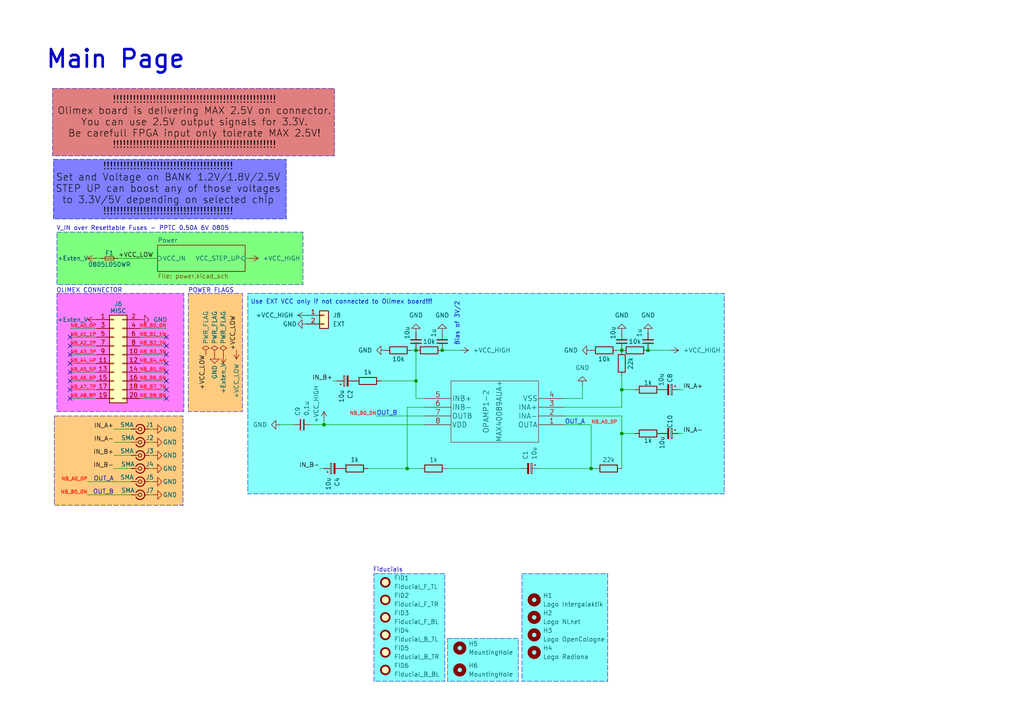
<source format=kicad_sch>
(kicad_sch (version 20250114) (generator "eeschema") (generator_version "9.0")
  (paper "A4")
  (title_block (title "${project_name} ${project_version}") (date "2024-12-02") (rev "${project_version}") (company "${project_creator}") (comment 1 "${project_license}"))
  (lib_symbols
    (symbol "Connector:Conn_Coaxial_Small" (pin_numbers (hide yes)) (pin_names (offset 1.016) (hide yes))
      (property "Reference" "J" (at 0.254 3.048 0))
      (property "Value" "Conn_Coaxial_Small" (at 0 -3.81 0))
      (symbol "Conn_Coaxial_Small_0_1"
        (polyline (pts (xy -2.54 0) (xy -0.508 0)))
        (circle (center 0 0) (radius 0.508) (stroke (width 0.2032)))
      )
      (symbol "Conn_Coaxial_Small_1_1"
        (arc (start 1.3484 0.0039) (mid 0.327 -1.308) (end -1.1916 -0.6311) (stroke (width 0.3048)))
        (arc (start -1.1916 0.6311) (mid 0.327 1.3081) (end 1.3484 -0.0039) (stroke (width 0.3048)))
        (pin passive line (at -2.54 0 0) (length 1.27) (name "In") (number "1"))
        (pin passive line (at 2.54 0 180) (length 1.27) (name "Ext") (number "2"))
      )
    )
    (symbol "Connector_Generic:Conn_01x02" (pin_names (offset 1.016) (hide yes))
      (property "Reference" "J" (at 0 2.54 0))
      (property "Value" "Conn_01x02" (at 0 -5.08 0))
      (symbol "Conn_01x02_1_1"
        (rectangle (start -1.27 1.27) (end 1.27 -3.81) (stroke (width 0.254)) (fill (type background)))
        (rectangle (start -1.27 0.127) (end 0 -0.127) (stroke (width 0.1524)))
        (rectangle (start -1.27 -2.413) (end 0 -2.667) (stroke (width 0.1524)))
        (pin passive line (at -5.08 0 0) (length 3.81) (name "Pin_1") (number "1"))
        (pin passive line (at -5.08 -2.54 0) (length 3.81) (name "Pin_2") (number "2"))
      )
    )
    (symbol "Connector_Generic:Conn_02x10_Odd_Even" (pin_names (offset 1.016) (hide yes))
      (property "Reference" "J" (at 1.27 12.7 0))
      (property "Value" "Conn_02x10_Odd_Even" (at 1.27 -15.24 0))
      (symbol "Conn_02x10_Odd_Even_1_1"
        (rectangle (start -1.27 11.43) (end 3.81 -13.97) (stroke (width 0.254)) (fill (type background)))
        (rectangle (start -1.27 10.287) (end 0 10.033) (stroke (width 0.1524)))
        (rectangle (start -1.27 7.747) (end 0 7.493) (stroke (width 0.1524)))
        (rectangle (start -1.27 5.207) (end 0 4.953) (stroke (width 0.1524)))
        (rectangle (start -1.27 2.667) (end 0 2.413) (stroke (width 0.1524)))
        (rectangle (start -1.27 0.127) (end 0 -0.127) (stroke (width 0.1524)))
        (rectangle (start -1.27 -2.413) (end 0 -2.667) (stroke (width 0.1524)))
        (rectangle (start -1.27 -4.953) (end 0 -5.207) (stroke (width 0.1524)))
        (rectangle (start -1.27 -7.493) (end 0 -7.747) (stroke (width 0.1524)))
        (rectangle (start -1.27 -10.033) (end 0 -10.287) (stroke (width 0.1524)))
        (rectangle (start -1.27 -12.573) (end 0 -12.827) (stroke (width 0.1524)))
        (rectangle (start 3.81 10.287) (end 2.54 10.033) (stroke (width 0.1524)))
        (rectangle (start 3.81 7.747) (end 2.54 7.493) (stroke (width 0.1524)))
        (rectangle (start 3.81 5.207) (end 2.54 4.953) (stroke (width 0.1524)))
        (rectangle (start 3.81 2.667) (end 2.54 2.413) (stroke (width 0.1524)))
        (rectangle (start 3.81 0.127) (end 2.54 -0.127) (stroke (width 0.1524)))
        (rectangle (start 3.81 -2.413) (end 2.54 -2.667) (stroke (width 0.1524)))
        (rectangle (start 3.81 -4.953) (end 2.54 -5.207) (stroke (width 0.1524)))
        (rectangle (start 3.81 -7.493) (end 2.54 -7.747) (stroke (width 0.1524)))
        (rectangle (start 3.81 -10.033) (end 2.54 -10.287) (stroke (width 0.1524)))
        (rectangle (start 3.81 -12.573) (end 2.54 -12.827) (stroke (width 0.1524)))
        (pin passive line (at -5.08 10.16 0) (length 3.81) (name "Pin_1") (number "1"))
        (pin passive line (at -5.08 7.62 0) (length 3.81) (name "Pin_3") (number "3"))
        (pin passive line (at -5.08 5.08 0) (length 3.81) (name "Pin_5") (number "5"))
        (pin passive line (at -5.08 2.54 0) (length 3.81) (name "Pin_7") (number "7"))
        (pin passive line (at -5.08 0 0) (length 3.81) (name "Pin_9") (number "9"))
        (pin passive line (at -5.08 -2.54 0) (length 3.81) (name "Pin_11") (number "11"))
        (pin passive line (at -5.08 -5.08 0) (length 3.81) (name "Pin_13") (number "13"))
        (pin passive line (at -5.08 -7.62 0) (length 3.81) (name "Pin_15") (number "15"))
        (pin passive line (at -5.08 -10.16 0) (length 3.81) (name "Pin_17") (number "17"))
        (pin passive line (at -5.08 -12.7 0) (length 3.81) (name "Pin_19") (number "19"))
        (pin passive line (at 7.62 10.16 180) (length 3.81) (name "Pin_2") (number "2"))
        (pin passive line (at 7.62 7.62 180) (length 3.81) (name "Pin_4") (number "4"))
        (pin passive line (at 7.62 5.08 180) (length 3.81) (name "Pin_6") (number "6"))
        (pin passive line (at 7.62 2.54 180) (length 3.81) (name "Pin_8") (number "8"))
        (pin passive line (at 7.62 0 180) (length 3.81) (name "Pin_10") (number "10"))
        (pin passive line (at 7.62 -2.54 180) (length 3.81) (name "Pin_12") (number "12"))
        (pin passive line (at 7.62 -5.08 180) (length 3.81) (name "Pin_14") (number "14"))
        (pin passive line (at 7.62 -7.62 180) (length 3.81) (name "Pin_16") (number "16"))
        (pin passive line (at 7.62 -10.16 180) (length 3.81) (name "Pin_18") (number "18"))
        (pin passive line (at 7.62 -12.7 180) (length 3.81) (name "Pin_20") (number "20"))
      )
    )
    (symbol "Device:C_Polarized_Small" (pin_numbers (hide yes)) (pin_names (offset 0.254) (hide yes))
      (property "Reference" "C" (at 0.254 1.778 0))
      (property "Value" "C_Polarized_Small" (at 0.254 -2.032 0))
      (symbol "C_Polarized_Small_0_1"
        (rectangle (start -1.524 0.6858) (end 1.524 0.3048))
        (rectangle (start -1.524 -0.3048) (end 1.524 -0.6858) (fill (type outline)))
        (polyline (pts (xy -1.27 1.524) (xy -0.762 1.524)))
        (polyline (pts (xy -1.016 1.27) (xy -1.016 1.778)))
      )
      (symbol "C_Polarized_Small_1_1"
        (pin passive line (at 0 2.54 270) (length 1.8542) (name "~") (number "1"))
        (pin passive line (at 0 -2.54 90) (length 1.8542) (name "~") (number "2"))
      )
    )
    (symbol "Device:C_Small" (pin_numbers (hide yes)) (pin_names (offset 0.254) (hide yes))
      (property "Reference" "C" (at 0.254 1.778 0))
      (property "Value" "C_Small" (at 0.254 -2.032 0))
      (symbol "C_Small_0_1"
        (polyline (pts (xy -1.524 0.508) (xy 1.524 0.508)) (stroke (width 0.3048)))
        (polyline (pts (xy -1.524 -0.508) (xy 1.524 -0.508)) (stroke (width 0.3302)))
      )
      (symbol "C_Small_1_1"
        (pin passive line (at 0 2.54 270) (length 2.032) (name "~") (number "1"))
        (pin passive line (at 0 -2.54 90) (length 2.032) (name "~") (number "2"))
      )
    )
    (symbol "Device:Fuse_Small" (pin_numbers (hide yes)) (pin_names (offset 0.254) (hide yes))
      (property "Reference" "F" (at 0 -1.524 0))
      (property "Value" "Fuse_Small" (at 0 1.524 0))
      (symbol "Fuse_Small_0_1"
        (rectangle (start -1.27 0.508) (end 1.27 -0.508))
        (polyline (pts (xy -1.27 0) (xy 1.27 0)))
      )
      (symbol "Fuse_Small_1_1"
        (pin passive line (at -2.54 0 0) (length 1.27) (name "~") (number "1"))
        (pin passive line (at 2.54 0 180) (length 1.27) (name "~") (number "2"))
      )
    )
    (symbol "Device:R" (pin_numbers (hide yes)) (pin_names (offset 0))
      (property "Reference" "R" (at 2.032 0 90))
      (property "Value" "R" (at 0 0 90))
      (symbol "R_0_1"
        (rectangle (start -1.016 -2.54) (end 1.016 2.54) (stroke (width 0.254)))
      )
      (symbol "R_1_1"
        (pin passive line (at 0 3.81 270) (length 1.27) (name "~") (number "1"))
        (pin passive line (at 0 -3.81 90) (length 1.27) (name "~") (number "2"))
      )
    )
    (symbol "Mechanical:Fiducial" (exclude_from_sim yes) (in_bom no)
      (property "Reference" "FID" (at 0 5.08 0))
      (property "Value" "Fiducial" (at 0 3.175 0))
      (symbol "Fiducial_0_1"
        (circle (center 0 0) (radius 1.27) (stroke (width 0.508)) (fill (type background)))
      )
    )
    (symbol "Mechanical:MountingHole" (pin_names (offset 1.016)) (exclude_from_sim yes) (in_bom no)
      (property "Reference" "H" (at 0 5.08 0))
      (property "Value" "MountingHole" (at 0 3.175 0))
      (symbol "MountingHole_0_1"
        (circle (center 0 0) (radius 1.27) (stroke (width 1.27)))
      )
    )
    (symbol "max40089aua:MAX40089AUA+" (pin_names (offset 0.254))
      (property "Reference" "OPAMP1-2" (at 22.86 2.54 90))
      (property "Value" "MAX40089AUA+" (at 19.05 5.08 90))
      (symbol "MAX40089AUA+_1_1"
        (polyline (pts (xy 7.62 5.08) (xy 7.62 -12.7)) (stroke (width 0.127)))
        (polyline (pts (xy 7.62 -12.7) (xy 33.02 -12.7)) (stroke (width 0.127)))
        (polyline (pts (xy 33.02 5.08) (xy 7.62 5.08)) (stroke (width 0.127)))
        (polyline (pts (xy 33.02 -12.7) (xy 33.02 5.08)) (stroke (width 0.127)))
        (pin output line (at 0 0 0) (length 7.62) (name "OUTA") (number "1"))
        (pin input line (at 0 -2.54 0) (length 7.62) (name "INA-") (number "2"))
        (pin input line (at 0 -5.08 0) (length 7.62) (name "INA+") (number "3"))
        (pin power_in line (at 0 -7.62 0) (length 7.62) (name "VSS") (number "4"))
        (pin power_in line (at 40.64 0 180) (length 7.62) (name "VDD") (number "8"))
        (pin output line (at 40.64 -2.54 180) (length 7.62) (name "OUTB") (number "7"))
        (pin input line (at 40.64 -5.08 180) (length 7.62) (name "INB-") (number "6"))
        (pin input line (at 40.64 -7.62 180) (length 7.62) (name "INB+") (number "5"))
      )
    )
    (symbol "power:+2V5" (power) (pin_numbers (hide yes)) (pin_names (offset 0) (hide yes))
      (property "Value" "+2V5" (at 0 3.556 0))
      (symbol "+2V5_0_1"
        (polyline (pts (xy -0.762 1.27) (xy 0 2.54)))
        (polyline (pts (xy 0 2.54) (xy 0.762 1.27)))
        (polyline (pts (xy 0 0) (xy 0 2.54)))
      )
      (symbol "+2V5_1_1"
        (pin power_in line (at 0 0 90) (length 0) (name "~") (number "1"))
      )
    )
    (symbol "power:GND" (power) (pin_numbers (hide yes)) (pin_names (offset 0) (hide yes))
      (property "Value" "GND" (at 0 -3.81 0))
      (symbol "GND_0_1"
        (polyline (pts (xy 0 0) (xy 0 -1.27) (xy 1.27 -1.27) (xy 0 -2.54) (xy -1.27 -1.27) (xy 0 -1.27)))
      )
      (symbol "GND_1_1"
        (pin power_in line (at 0 0 270) (length 0) (name "~") (number "1"))
      )
    )
    (symbol "power:PWR_FLAG" (power) (pin_numbers (hide yes)) (pin_names (offset 0) (hide yes))
      (property "Value" "PWR_FLAG" (at 0 3.81 0))
      (symbol "PWR_FLAG_0_0"
        (pin power_out line (at 0 0 90) (length 0) (name "~") (number "1"))
      )
      (symbol "PWR_FLAG_0_1"
        (polyline (pts (xy 0 0) (xy 0 1.27) (xy -1.016 1.905) (xy 0 2.54) (xy 1.016 1.905) (xy 0 1.27)))
      )
    )
  )
  (rectangle (start 15.748 120.65) (end 53.086 146.558) (stroke (width 0.127) (type dash)) (fill (type color) (color 255 153 0 0.5)))
  (rectangle (start 108.458 166.37) (end 129.032 197.612) (stroke (width 0.127) (type dash)) (fill (type color) (color 0 255 246 0.48)))
  (rectangle (start 151.384 166.37) (end 176.276 197.612) (stroke (width 0.127) (type dash)) (fill (type color) (color 0 255 246 0.48)))
  (rectangle (start 16.51 67.31) (end 87.884 82.55) (stroke (width 0.127) (type dash)) (fill (type color) (color 0 255 0 0.5)))
  (rectangle (start 16.51 85.09) (end 53.34 119.38) (stroke (width 0.127) (type dash)) (fill (type color) (color 255 0 255 0.5)))
  (rectangle (start 129.794 185.166) (end 150.368 197.612) (stroke (width 0.127) (type dash)) (fill (type color) (color 0 255 246 0.48)))
  (rectangle (start 71.882 85.09) (end 210.058 143.256) (stroke (width 0.127) (type dash)) (fill (type color) (color 0 255 246 0.48)))
  (rectangle (start 54.61 85.09) (end 70.358 119.38) (stroke (width 0.127) (type dash)) (fill (type color) (color 255 153 0 0.5)))
  (rectangle (start 15.494 46.228) (end 83.058 63.5) (stroke (width 0.127) (type dash)) (fill (type color) (color 0 0 255 0.5)))
  (rectangle (start 15.24 25.654) (end 97.028 45.212) (stroke (width 0.127) (type dash)) (fill (type color) (color 194 0 0 0.5)))
  (text "OUT_A" (at 163.83 123.19 0) (effects (font (size 1.27 1.27)) (justify left bottom)))
  (text "POWER FLAGS" (at 61.214 84.328 0) (effects (font (size 1.27 1.27))))
  (text "V_IN over Resettable Fuses - PPTC 0.50A 6V 0805" (at 41.402 66.294 0) (effects (font (size 1.27 1.27))))
  (text "OUT_B" (at 33.02 143.51 0) (effects (font (size 1.27 1.27)) (justify right bottom)))
  (text "!!!!!!!!!!!!!!!!!!!!!!!!!!!!!!!!!!!!!!!!!!!!!!!!!\nOlimex board is delivering MAX 2.5V on connector.\nYou can use 2.5V output signals for 3.3V.\nBe carefull FPGA input only tolerate MAX 2.5V!\n!!!!!!!!!!!!!!!!!!!!!!!!!!!!!!!!!!!!!!!!!!!!!!!!!" (at 56.388 35.56 0) (effects (font (size 2.032 2.032))))
  (text "OUT_A" (at 33.02 139.7 0) (effects (font (size 1.27 1.27)) (justify right bottom)))
  (text "Fiducials" (at 112.522 165.354 0) (effects (font (size 1.27 1.27))))
  (text "Use EXT VCC only if not connected to Olimex board!!!" (at 99.06 87.63 0) (effects (font (size 1.27 1.27))))
  (text "OLIMEX CONNECTOR" (at 25.908 84.328 0) (effects (font (size 1.27 1.27))))
  (text "Bias of 3V/2" (at 133.35 100.33 90) (effects (font (size 1.27 1.27)) (justify left bottom)))
  (text "OUT_B" (at 109.22 120.65 0) (effects (font (size 1.27 1.27)) (justify left bottom)))
  (text "Main Page" (at 33.528 17.272 0) (effects (font (size 5.08 5.08) (thickness 0.762) (bold yes))))
  (text "!!!!!!!!!!!!!!!!!!!!!!!!!!!!!!!!!!!!!!!\nSet and Voltage on BANK 1.2V/1.8V/2.5V\nSTEP UP can boost any of those voltages\nto 3.3V/5V depending on selected chip\n!!!!!!!!!!!!!!!!!!!!!!!!!!!!!!!!!!!!!!!\n" (at 48.768 54.864 0) (effects (font (size 2.032 2.032))))
  (junction (at 180.34 101.6))
  (junction (at 118.11 135.89))
  (junction (at 187.96 101.6))
  (junction (at 128.27 101.6))
  (junction (at 180.34 125.73))
  (junction (at 120.65 101.6))
  (junction (at 171.45 135.89))
  (junction (at 180.34 113.03))
  (junction (at 120.65 110.49))
  (junction (at 93.98 123.19))
  (no_connect (at 48.26 105.41))
  (no_connect (at 48.26 97.79))
  (no_connect (at 20.32 115.57))
  (no_connect (at 20.32 105.41))
  (no_connect (at 48.26 107.95))
  (no_connect (at 20.32 110.49))
  (no_connect (at 48.26 110.49))
  (no_connect (at 20.32 102.87))
  (no_connect (at 48.26 113.03))
  (no_connect (at 48.26 102.87))
  (no_connect (at 20.32 113.03))
  (no_connect (at 48.26 115.57))
  (no_connect (at 20.32 97.79))
  (no_connect (at 48.26 100.33))
  (no_connect (at 20.32 107.95))
  (no_connect (at 20.32 100.33))
  (wire (pts (xy 163.83 115.57) (xy 168.91 115.57)))
  (wire (pts (xy 106.68 135.89) (xy 118.11 135.89)))
  (wire (pts (xy 33.02 135.89) (xy 38.1 135.89)))
  (wire (pts (xy 40.64 113.03) (xy 48.26 113.03)))
  (wire (pts (xy 163.83 120.65) (xy 180.34 120.65)))
  (wire (pts (xy 34.29 74.93) (xy 45.72 74.93)))
  (wire (pts (xy 40.64 107.95) (xy 48.26 107.95)))
  (wire (pts (xy 180.34 125.73) (xy 184.15 125.73)))
  (wire (pts (xy 25.4 139.7) (xy 38.1 139.7)))
  (wire (pts (xy 168.91 115.57) (xy 168.91 111.76)))
  (wire (pts (xy 81.28 123.19) (xy 85.09 123.19)))
  (wire (pts (xy 171.45 135.89) (xy 171.45 123.19)))
  (wire (pts (xy 179.07 101.6) (xy 180.34 101.6)))
  (wire (pts (xy 20.32 110.49) (xy 27.94 110.49)))
  (wire (pts (xy 20.32 107.95) (xy 27.94 107.95)))
  (wire (pts (xy 97.79 110.49) (xy 96.52 110.49)))
  (wire (pts (xy 72.39 74.93) (xy 71.12 74.93)))
  (wire (pts (xy 128.27 101.6) (xy 133.35 101.6)))
  (wire (pts (xy 93.98 121.92) (xy 93.98 123.19)))
  (wire (pts (xy 20.32 102.87) (xy 27.94 102.87)))
  (wire (pts (xy 180.34 113.03) (xy 180.34 109.22)))
  (wire (pts (xy 40.64 105.41) (xy 48.26 105.41)))
  (wire (pts (xy 90.17 123.19) (xy 93.98 123.19)))
  (wire (pts (xy 40.64 102.87) (xy 48.26 102.87)))
  (wire (pts (xy 121.92 135.89) (xy 118.11 135.89)))
  (wire (pts (xy 187.96 101.6) (xy 194.31 101.6)))
  (wire (pts (xy 163.83 118.11) (xy 180.34 118.11)))
  (wire (pts (xy 20.32 113.03) (xy 27.94 113.03)))
  (wire (pts (xy 198.12 125.73) (xy 196.85 125.73)))
  (wire (pts (xy 20.32 115.57) (xy 27.94 115.57)))
  (wire (pts (xy 172.72 135.89) (xy 171.45 135.89)))
  (wire (pts (xy 44.45 143.51) (xy 43.18 143.51)))
  (wire (pts (xy 44.45 132.08) (xy 43.18 132.08)))
  (wire (pts (xy 44.45 124.46) (xy 43.18 124.46)))
  (wire (pts (xy 40.64 100.33) (xy 48.26 100.33)))
  (wire (pts (xy 40.64 110.49) (xy 48.26 110.49)))
  (wire (pts (xy 120.65 110.49) (xy 120.65 101.6)))
  (wire (pts (xy 120.65 110.49) (xy 120.65 115.57)))
  (wire (pts (xy 198.12 113.03) (xy 196.85 113.03)))
  (wire (pts (xy 180.34 113.03) (xy 184.15 113.03)))
  (wire (pts (xy 40.64 95.25) (xy 48.26 95.25)))
  (wire (pts (xy 110.49 110.49) (xy 120.65 110.49)))
  (wire (pts (xy 20.32 100.33) (xy 27.94 100.33)))
  (wire (pts (xy 109.22 120.65) (xy 123.19 120.65)))
  (wire (pts (xy 40.64 115.57) (xy 48.26 115.57)))
  (wire (pts (xy 25.4 143.51) (xy 38.1 143.51)))
  (wire (pts (xy 92.71 135.89) (xy 93.98 135.89)))
  (wire (pts (xy 123.19 115.57) (xy 120.65 115.57)))
  (wire (pts (xy 180.34 135.89) (xy 180.34 125.73)))
  (wire (pts (xy 119.38 101.6) (xy 120.65 101.6)))
  (wire (pts (xy 20.32 95.25) (xy 27.94 95.25)))
  (wire (pts (xy 118.11 135.89) (xy 118.11 118.11)))
  (wire (pts (xy 93.98 123.19) (xy 123.19 123.19)))
  (wire (pts (xy 180.34 118.11) (xy 180.34 113.03)))
  (wire (pts (xy 129.54 135.89) (xy 151.13 135.89)))
  (wire (pts (xy 27.94 74.93) (xy 29.21 74.93)))
  (wire (pts (xy 44.45 139.7) (xy 43.18 139.7)))
  (wire (pts (xy 44.45 135.89) (xy 43.18 135.89)))
  (wire (pts (xy 40.64 97.79) (xy 48.26 97.79)))
  (wire (pts (xy 44.45 128.27) (xy 43.18 128.27)))
  (wire (pts (xy 180.34 125.73) (xy 180.34 120.65)))
  (wire (pts (xy 171.45 135.89) (xy 156.21 135.89)))
  (wire (pts (xy 33.02 132.08) (xy 38.1 132.08)))
  (wire (pts (xy 20.32 97.79) (xy 27.94 97.79)))
  (wire (pts (xy 20.32 105.41) (xy 27.94 105.41)))
  (wire (pts (xy 118.11 118.11) (xy 123.19 118.11)))
  (wire (pts (xy 33.02 128.27) (xy 38.1 128.27)))
  (wire (pts (xy 163.83 123.19) (xy 171.45 123.19)))
  (wire (pts (xy 33.02 124.46) (xy 38.1 124.46)))
  (label "IN_A-" (at 198.12 125.73 0))
  (label "NB_B5_5N" (at 48.26 107.95 180) (effects (font (size 1.016 1.016))))
  (label "NB_A7_7P" (at 20.32 113.03 0) (effects (font (size 1.016 1.016))))
  (label "NB_B4_4N" (at 48.26 105.41 180) (effects (font (size 1.016 1.016))))
  (label "NB_A8_8P" (at 20.32 115.57 0) (effects (font (size 1.016 1.016))))
  (label "+VCC_LOW" (at 68.58 101.6 90))
  (label "NB_B8_8N" (at 48.26 115.57 180) (effects (font (size 1.016 1.016))))
  (label "NB_A6_6P" (at 20.32 110.49 0) (effects (font (size 1.016 1.016))))
  (label "NB_A5_5P" (at 20.32 107.95 0) (effects (font (size 1.016 1.016))))
  (label "NB_A2_2P" (at 20.32 100.33 0) (effects (font (size 1.016 1.016))))
  (label "NB_B0_0N" (at 25.4 143.51 180) (effects (font (size 1.016 1.016))))
  (label "+VCC_LOW" (at 59.69 102.87 270))
  (label "NB_B2_2N" (at 48.26 100.33 180) (effects (font (size 1.016 1.016))))
  (label "IN_A+" (at 33.02 124.46 180))
  (label "IN_A-" (at 33.02 128.27 180))
  (label "NB_B6_6N" (at 48.26 110.49 180) (effects (font (size 1.016 1.016))))
  (label "NB_B7_7N" (at 48.26 113.03 180) (effects (font (size 1.016 1.016))))
  (label "NB_A1_1P" (at 20.32 97.79 0) (effects (font (size 1.016 1.016))))
  (label "+VCC_LOW" (at 34.29 74.93 0))
  (label "NB_B1_1N" (at 48.26 97.79 180) (effects (font (size 1.016 1.016))))
  (label "NB_A4_4P" (at 20.32 105.41 0) (effects (font (size 1.016 1.016))))
  (label "NB_B3_3N" (at 48.26 102.87 180) (effects (font (size 1.016 1.016))))
  (label "IN_A+" (at 198.12 113.03 0))
  (label "NB_A0_0P" (at 171.45 123.19 0) (effects (font (size 1.016 1.016))))
  (label "IN_B-" (at 92.71 135.89 180))
  (label "IN_B+" (at 33.02 132.08 180))
  (label "IN_B+" (at 96.52 110.49 180))
  (label "NB_A3_3P" (at 20.32 102.87 0) (effects (font (size 1.016 1.016))))
  (label "IN_B-" (at 33.02 135.89 180))
  (label "NB_B0_0N" (at 48.26 95.25 180) (effects (font (size 1.016 1.016))))
  (label "NB_A0_0P" (at 20.32 95.25 0) (effects (font (size 1.016 1.016))))
  (label "NB_A0_0P" (at 25.4 139.7 180) (effects (font (size 1.016 1.016))))
  (label "NB_B0_0N" (at 109.22 120.65 180) (effects (font (size 1.016 1.016))))
  (symbol (lib_id "Mechanical:Fiducial") (at 111.76 189.23 0) (unit 1) (in_bom no)
    (property "Reference" "FID5" (at 114.3 187.9599 0) (effects (justify left)))
    (property "Value" "Fiducial_B_TR" (at 114.3 190.4999 0) (effects (justify left)))
    (property "Footprint" "Fiducial:Fiducial_0.5mm_Mask1mm" (effects (hide yes)))
    (property "Description" "Fiducial Marker" (effects (hide yes)))
  )
  (symbol (lib_id "power:GND") (at 44.45 139.7 90) (unit 1)
    (property "Reference" "#PWR021" (effects (hide yes)))
    (property "Value" "GND" (at 47.244 139.7 90) (effects (justify right)))
    (property "Description" "Power symbol creates a global label with name \"GND\" , ground" (effects (hide yes)))
  )
  (symbol (lib_id "power:GND") (at 62.23 102.87 0) (unit 1)
    (property "Reference" "#PWR012" (effects (hide yes)))
    (property "Value" "GND" (at 62.23 107.95 90))
    (property "Description" "Power symbol creates a global label with name \"GND\" , ground" (effects (hide yes)))
  )
  (symbol (lib_id "Connector:Conn_Coaxial_Small") (at 40.64 132.08 0) (unit 1)
    (property "Reference" "J3" (at 43.434 130.81 0))
    (property "Value" "SMA" (at 36.83 130.81 0))
    (property "Footprint" "Connector_Coaxial:SMA_Amphenol_901-144_Vertical" (effects (hide yes)))
    (property "Description" "small coaxial connector (BNC, SMA, SMB, SMC, Cinch/RCA, LEMO, ...)" (effects (hide yes)))
  )
  (symbol (lib_id "Mechanical:MountingHole") (at 154.94 173.99 0) (unit 1) (in_bom no)
    (property "Reference" "H1" (at 157.48 172.7199 0) (effects (justify left)))
    (property "Value" "Logo Intergalaktik" (at 157.48 175.2599 0) (effects (justify left)))
    (property "Footprint" "intergalaktik:intergalaktik" (effects (hide yes)))
    (property "Description" "Mounting Hole without connection" (effects (hide yes)))
  )
  (symbol (lib_id "power:GND") (at 180.34 96.52 180) (unit 1)
    (property "Reference" "#PWR027" (effects (hide yes)))
    (property "Value" "GND" (at 180.34 91.44 0))
    (property "Description" "Power symbol creates a global label with name \"GND\" , ground" (effects (hide yes)))
  )
  (symbol (lib_id "power:GND") (at 120.65 96.52 180) (unit 1)
    (property "Reference" "#PWR032" (effects (hide yes)))
    (property "Value" "GND" (at 120.65 91.44 0))
    (property "Description" "Power symbol creates a global label with name \"GND\" , ground" (effects (hide yes)))
  )
  (symbol (lib_id "power:GND") (at 44.45 132.08 90) (unit 1)
    (property "Reference" "#PWR019" (effects (hide yes)))
    (property "Value" "GND" (at 47.244 132.08 90) (effects (justify right)))
    (property "Description" "Power symbol creates a global label with name \"GND\" , ground" (effects (hide yes)))
  )
  (symbol (lib_id "Device:C_Polarized_Small") (at 153.67 135.89 270) (unit 1)
    (property "Reference" "C1" (at 152.4 133.35 0) (effects (justify right)))
    (property "Value" "10u" (at 154.94 133.35 0) (effects (justify right)))
    (property "Footprint" "Capacitor_Tantalum_SMD:CP_EIA-1608-10_AVX-L" (effects (hide yes)))
    (property "Description" "Polarized capacitor, small symbol" (effects (hide yes)))
  )
  (symbol (lib_id "Device:C_Polarized_Small") (at 100.33 110.49 90) (unit 1)
    (property "Reference" "C2" (at 101.6 113.03 0) (effects (justify right)))
    (property "Value" "10u" (at 99.06 113.03 0) (effects (justify right)))
    (property "Footprint" "Capacitor_Tantalum_SMD:CP_EIA-1608-10_AVX-L" (effects (hide yes)))
    (property "Description" "Polarized capacitor, small symbol" (effects (hide yes)))
  )
  (symbol (lib_id "Connector:Conn_Coaxial_Small") (at 40.64 143.51 0) (unit 1)
    (property "Reference" "J7" (at 43.434 142.24 0))
    (property "Value" "SMA" (at 37.084 142.24 0))
    (property "Footprint" "Connector_Coaxial:SMA_Amphenol_901-144_Vertical" (effects (hide yes)))
    (property "Description" "small coaxial connector (BNC, SMA, SMB, SMC, Cinch/RCA, LEMO, ...)" (effects (hide yes)))
  )
  (symbol (lib_id "power:+2V5") (at 72.39 74.93 270) (unit 1)
    (property "Reference" "#PWR05" (effects (hide yes)))
    (property "Value" "+VCC_HIGH" (at 76.2 74.9299 90) (effects (justify left)))
    (property "Description" "Power symbol creates a global label with name \"+2V5\"" (effects (hide yes)))
  )
  (symbol (lib_id "power:GND") (at 44.45 135.89 90) (unit 1)
    (property "Reference" "#PWR020" (effects (hide yes)))
    (property "Value" "GND" (at 47.244 135.89 90) (effects (justify right)))
    (property "Description" "Power symbol creates a global label with name \"GND\" , ground" (effects (hide yes)))
  )
  (symbol (lib_id "Device:C_Polarized_Small") (at 194.31 113.03 270) (unit 1)
    (property "Reference" "C8" (at 194.31 110.998 0) (effects (justify right)))
    (property "Value" "10u" (at 191.77 112.014 0) (effects (justify right)))
    (property "Footprint" "Capacitor_Tantalum_SMD:CP_EIA-1608-10_AVX-L" (effects (hide yes)))
    (property "Description" "Polarized capacitor, small symbol" (effects (hide yes)))
    (instances (project "" (path "" (reference "C8") (unit 1))) (project "" (path "" (reference "C?") (unit 1))))
  )
  (symbol (lib_id "Device:R") (at 184.15 101.6 270) (unit 1)
    (property "Reference" "R6" (effects (hide yes)))
    (property "Value" "10k" (at 184.15 99.06 90))
    (property "Footprint" "Resistor_SMD:R_0402_1005Metric" (effects (hide yes)))
    (property "Description" "Resistor" (effects (hide yes)))
    (instances (project "" (path "" (reference "R6") (unit 1))) (project "" (path "" (reference "R?") (unit 1))))
  )
  (symbol (lib_id "power:+2V5") (at 88.9 91.44 90) (unit 1)
    (property "Reference" "#PWR010" (effects (hide yes)))
    (property "Value" "+VCC_HIGH" (at 85.09 91.4401 90) (effects (justify left)))
    (property "Description" "Power symbol creates a global label with name \"+2V5\"" (effects (hide yes)))
  )
  (symbol (lib_id "power:GND") (at 171.45 101.6 270) (unit 1)
    (property "Reference" "#PWR024" (effects (hide yes)))
    (property "Value" "GND" (at 167.64 101.5999 90) (effects (justify right)))
    (property "Description" "Power symbol creates a global label with name \"GND\" , ground" (effects (hide yes)))
  )
  (symbol (lib_id "Connector:Conn_Coaxial_Small") (at 40.64 128.27 0) (unit 1)
    (property "Reference" "J2" (at 43.434 127 0))
    (property "Value" "SMA" (at 37.084 127 0))
    (property "Footprint" "Connector_Coaxial:SMA_Amphenol_901-144_Vertical" (effects (hide yes)))
    (property "Description" "small coaxial connector (BNC, SMA, SMB, SMC, Cinch/RCA, LEMO, ...)" (effects (hide yes)))
  )
  (symbol (lib_id "power:+2V5") (at 68.58 101.6 180) (unit 1)
    (property "Reference" "#PWR011" (effects (hide yes)))
    (property "Value" "+VCC_LOW" (at 68.5801 105.41 90) (effects (justify left)))
    (property "Description" "Power symbol creates a global label with name \"+2V5\"" (effects (hide yes)))
  )
  (symbol (lib_id "Device:R") (at 125.73 135.89 270) (unit 1)
    (property "Reference" "R10" (effects (hide yes)))
    (property "Value" "1k" (at 125.73 133.35 90))
    (property "Footprint" "Resistor_SMD:R_0402_1005Metric" (effects (hide yes)))
    (property "Description" "Resistor" (effects (hide yes)))
    (instances (project "" (path "" (reference "R10") (unit 1))) (project "" (path "" (reference "R?") (unit 1))))
  )
  (symbol (lib_id "Device:C_Small") (at 128.27 99.06 180) (unit 1)
    (property "Reference" "C5" (effects (hide yes)))
    (property "Value" "1u" (at 125.73 96.52 90))
    (property "Footprint" "Capacitor_SMD:C_0603_1608Metric" (effects (hide yes)))
    (property "Description" "Unpolarized capacitor, small symbol" (effects (hide yes)))
    (instances (project "" (path "" (reference "C5") (unit 1))) (project "" (path "" (reference "C?") (unit 1))))
  )
  (symbol (lib_id "power:+2V5") (at 194.31 101.6 270) (unit 1)
    (property "Reference" "#PWR017" (effects (hide yes)))
    (property "Value" "+VCC_HIGH" (at 198.12 101.5999 90) (effects (justify left)))
    (property "Description" "Power symbol creates a global label with name \"+2V5\"" (effects (hide yes)))
  )
  (symbol (lib_id "Device:C_Polarized_Small") (at 194.31 125.73 270) (unit 1)
    (property "Reference" "C10" (at 194.31 124.206 0) (effects (justify right)))
    (property "Value" "10u" (at 192.024 130.302 0) (effects (justify right)))
    (property "Footprint" "Capacitor_Tantalum_SMD:CP_EIA-1608-10_AVX-L" (effects (hide yes)))
    (property "Description" "Polarized capacitor, small symbol" (effects (hide yes)))
    (instances (project "" (path "" (reference "C10") (unit 1))) (project "" (path "" (reference "C?") (unit 1))))
  )
  (symbol (lib_id "Device:C_Small") (at 87.63 123.19 90) (unit 1)
    (property "Reference" "C9" (at 86.3662 120.65 0) (effects (justify left)))
    (property "Value" "0.1u" (at 88.9062 120.65 0) (effects (justify left)))
    (property "Footprint" "Capacitor_SMD:C_0402_1005Metric" (effects (hide yes)))
    (property "Description" "Unpolarized capacitor, small symbol" (effects (hide yes)))
    (instances (project "" (path "" (reference "C9") (unit 1))) (project "" (path "" (reference "C?") (unit 1))))
  )
  (symbol (lib_id "Device:R") (at 187.96 125.73 270) (unit 1)
    (property "Reference" "R9" (effects (hide yes)))
    (property "Value" "1k" (at 187.96 127.762 90))
    (property "Footprint" "Resistor_SMD:R_0402_1005Metric" (effects (hide yes)))
    (property "Description" "Resistor" (effects (hide yes)))
    (instances (project "" (path "" (reference "R9") (unit 1))) (project "" (path "" (reference "R?") (unit 1))))
  )
  (symbol (lib_id "power:GND") (at 44.45 143.51 90) (unit 1)
    (property "Reference" "#PWR022" (effects (hide yes)))
    (property "Value" "GND" (at 47.244 143.51 90) (effects (justify right)))
    (property "Description" "Power symbol creates a global label with name \"GND\" , ground" (effects (hide yes)))
  )
  (symbol (lib_id "Mechanical:Fiducial") (at 111.76 168.91 0) (unit 1) (in_bom no)
    (property "Reference" "FID1" (at 114.3 167.6399 0) (effects (justify left)))
    (property "Value" "Fiducial_F_TL" (at 114.3 170.1799 0) (effects (justify left)))
    (property "Footprint" "Fiducial:Fiducial_0.5mm_Mask1mm" (effects (hide yes)))
    (property "Description" "Fiducial Marker" (effects (hide yes)))
  )
  (symbol (lib_id "Device:R") (at 124.46 101.6 270) (unit 1)
    (property "Reference" "R4" (effects (hide yes)))
    (property "Value" "10k" (at 124.46 99.06 90))
    (property "Footprint" "Resistor_SMD:R_0402_1005Metric" (effects (hide yes)))
    (property "Description" "Resistor" (effects (hide yes)))
    (instances (project "" (path "" (reference "R4") (unit 1))) (project "" (path "" (reference "R?") (unit 1))))
  )
  (symbol (lib_id "Connector:Conn_Coaxial_Small") (at 40.64 135.89 0) (unit 1)
    (property "Reference" "J4" (at 43.434 134.62 0))
    (property "Value" "SMA" (at 37.084 134.62 0))
    (property "Footprint" "Connector_Coaxial:SMA_Amphenol_901-144_Vertical" (effects (hide yes)))
    (property "Description" "small coaxial connector (BNC, SMA, SMB, SMC, Cinch/RCA, LEMO, ...)" (effects (hide yes)))
  )
  (symbol (lib_id "Device:C_Polarized_Small") (at 96.52 135.89 90) (unit 1)
    (property "Reference" "C4" (at 97.79 138.43 0) (effects (justify right)))
    (property "Value" "10u" (at 95.25 138.43 0) (effects (justify right)))
    (property "Footprint" "Capacitor_Tantalum_SMD:CP_EIA-1608-10_AVX-L" (effects (hide yes)))
    (property "Description" "Polarized capacitor, small symbol" (effects (hide yes)))
  )
  (symbol (lib_id "power:GND") (at 187.96 96.52 180) (unit 1)
    (property "Reference" "#PWR028" (effects (hide yes)))
    (property "Value" "GND" (at 187.96 91.44 0))
    (property "Description" "Power symbol creates a global label with name \"GND\" , ground" (effects (hide yes)))
  )
  (symbol (lib_id "power:GND") (at 168.91 111.76 180) (unit 1)
    (property "Reference" "#PWR023" (effects (hide yes)))
    (property "Value" "GND" (at 168.91 106.68 0))
    (property "Description" "Power symbol creates a global label with name \"GND\" , ground" (effects (hide yes)))
  )
  (symbol (lib_id "Mechanical:MountingHole") (at 133.35 194.31 0) (unit 1) (in_bom no)
    (property "Reference" "H6" (at 135.89 193.0399 0) (effects (justify left)))
    (property "Value" "MountingHole" (at 135.89 195.5799 0) (effects (justify left)))
    (property "Footprint" "MountingHole:MountingHole_2.2mm_M2" (effects (hide yes)))
    (property "Description" "Mounting Hole without connection" (effects (hide yes)))
  )
  (symbol (lib_id "Mechanical:MountingHole") (at 154.94 189.23 0) (unit 1) (in_bom no)
    (property "Reference" "H4" (at 157.48 187.9599 0) (effects (justify left)))
    (property "Value" "Logo Radiona" (at 157.48 190.4999 0) (effects (justify left)))
    (property "Footprint" "radiona:radiona_small" (effects (hide yes)))
    (property "Description" "Mounting Hole without connection" (effects (hide yes)))
  )
  (symbol (lib_id "power:GND") (at 44.45 128.27 90) (unit 1)
    (property "Reference" "#PWR018" (effects (hide yes)))
    (property "Value" "GND" (at 47.244 128.27 90) (effects (justify right)))
    (property "Description" "Power symbol creates a global label with name \"GND\" , ground" (effects (hide yes)))
  )
  (symbol (lib_id "power:GND") (at 44.45 124.46 90) (unit 1)
    (property "Reference" "#PWR015" (effects (hide yes)))
    (property "Value" "GND" (at 47.244 124.46 90) (effects (justify right)))
    (property "Description" "Power symbol creates a global label with name \"GND\" , ground" (effects (hide yes)))
  )
  (symbol (lib_id "power:+2V5") (at 133.35 101.6 270) (unit 1)
    (property "Reference" "#PWR016" (effects (hide yes)))
    (property "Value" "+VCC_HIGH" (at 137.16 101.5999 90) (effects (justify left)))
    (property "Description" "Power symbol creates a global label with name \"+2V5\"" (effects (hide yes)))
  )
  (symbol (lib_id "power:PWR_FLAG") (at 59.69 102.87 0) (unit 1)
    (property "Reference" "#FLG01" (effects (hide yes)))
    (property "Value" "PWR_FLAG" (at 59.69 94.996 90))
    (property "Description" "Special symbol for telling ERC where power comes from" (effects (hide yes)))
  )
  (symbol (lib_id "Connector_Generic:Conn_01x02") (at 93.98 91.44 0) (unit 1)
    (property "Reference" "J8" (at 96.52 91.4399 0) (effects (justify left)))
    (property "Value" "EXT" (at 96.52 93.9799 0) (effects (justify left)))
    (property "Footprint" "Connector_PinHeader_2.54mm:PinHeader_1x02_P2.54mm_Vertical" (effects (hide yes)))
    (property "Description" "Generic connector, single row, 01x02, script generated (kicad-library-utils/schlib/autogen/connector/)" (effects (hide yes)))
  )
  (symbol (lib_id "Connector:Conn_Coaxial_Small") (at 40.64 124.46 0) (unit 1)
    (property "Reference" "J1" (at 43.434 123.19 0))
    (property "Value" "SMA" (at 36.83 123.19 0))
    (property "Footprint" "Connector_Coaxial:SMA_Amphenol_901-144_Vertical" (effects (hide yes)))
    (property "Description" "small coaxial connector (BNC, SMA, SMB, SMC, Cinch/RCA, LEMO, ...)" (effects (hide yes)))
  )
  (symbol (lib_id "Connector_Generic:Conn_02x10_Odd_Even") (at 33.02 102.87 0) (unit 1)
    (property "Reference" "J6" (at 34.29 88.138 0))
    (property "Value" "MISC" (at 34.29 90.17 0))
    (property "Footprint" "Connector_PinSocket_2.54mm:PinSocket_2x10_P2.54mm_Vertical_SMD" (effects (hide yes)))
    (property "Description" "Generic connector, double row, 02x10, odd/even pin numbering scheme (row 1 odd numbers, row 2 even numbers), script generated (kicad-library-utils/schlib/autogen/connector/)" (effects (hide yes)))
  )
  (symbol (lib_id "Device:C_Small") (at 180.34 99.06 180) (unit 1)
    (property "Reference" "C6" (effects (hide yes)))
    (property "Value" "10u" (at 177.8 96.52 90))
    (property "Footprint" "Capacitor_SMD:C_0603_1608Metric" (effects (hide yes)))
    (property "Description" "Unpolarized capacitor, small symbol" (effects (hide yes)))
    (instances (project "" (path "" (reference "C6") (unit 1))) (project "" (path "" (reference "C?") (unit 1))))
  )
  (symbol (lib_id "Mechanical:Fiducial") (at 111.76 179.07 0) (unit 1) (in_bom no)
    (property "Reference" "FID3" (at 114.3 177.7999 0) (effects (justify left)))
    (property "Value" "Fiducial_F_BL" (at 114.3 180.3399 0) (effects (justify left)))
    (property "Footprint" "Fiducial:Fiducial_0.5mm_Mask1mm" (effects (hide yes)))
    (property "Description" "Fiducial Marker" (effects (hide yes)))
  )
  (symbol (lib_id "Device:R") (at 102.87 135.89 270) (unit 1)
    (property "Reference" "R2" (effects (hide yes)))
    (property "Value" "1k" (at 102.87 133.35 90))
    (property "Footprint" "Resistor_SMD:R_0402_1005Metric" (effects (hide yes)))
    (property "Description" "Resistor" (effects (hide yes)))
  )
  (symbol (lib_id "Device:R") (at 180.34 105.41 0) (unit 1)
    (property "Reference" "R7" (effects (hide yes)))
    (property "Value" "22k" (at 182.88 105.41 90))
    (property "Footprint" "Resistor_SMD:R_0402_1005Metric" (effects (hide yes)))
    (property "Description" "Resistor" (effects (hide yes)))
    (instances (project "" (path "" (reference "R7") (unit 1))) (project "" (path "" (reference "R?") (unit 1))))
  )
  (symbol (lib_id "power:PWR_FLAG") (at 62.23 102.87 0) (unit 1)
    (property "Reference" "#FLG02" (effects (hide yes)))
    (property "Value" "PWR_FLAG" (at 62.23 94.996 90))
    (property "Description" "Special symbol for telling ERC where power comes from" (effects (hide yes)))
  )
  (symbol (lib_id "Mechanical:MountingHole") (at 133.35 187.96 0) (unit 1) (in_bom no)
    (property "Reference" "H5" (at 135.89 186.6899 0) (effects (justify left)))
    (property "Value" "MountingHole" (at 135.89 189.2299 0) (effects (justify left)))
    (property "Footprint" "MountingHole:MountingHole_2.2mm_M2" (effects (hide yes)))
    (property "Description" "Mounting Hole without connection" (effects (hide yes)))
  )
  (symbol (lib_id "Connector:Conn_Coaxial_Small") (at 40.64 139.7 0) (unit 1)
    (property "Reference" "J5" (at 43.434 138.43 0))
    (property "Value" "SMA" (at 36.83 138.43 0))
    (property "Footprint" "Connector_Coaxial:SMA_Amphenol_901-144_Vertical" (effects (hide yes)))
    (property "Description" "small coaxial connector (BNC, SMA, SMB, SMC, Cinch/RCA, LEMO, ...)" (effects (hide yes)))
  )
  (symbol (lib_id "power:GND") (at 128.27 96.52 180) (unit 1)
    (property "Reference" "#PWR033" (effects (hide yes)))
    (property "Value" "GND" (at 128.27 91.44 0))
    (property "Description" "Power symbol creates a global label with name \"GND\" , ground" (effects (hide yes)))
  )
  (symbol (lib_id "Mechanical:MountingHole") (at 154.94 179.07 0) (unit 1) (in_bom no)
    (property "Reference" "H2" (at 157.48 177.7999 0) (effects (justify left)))
    (property "Value" "Logo NLnet" (at 157.48 180.3399 0) (effects (justify left)))
    (property "Footprint" "nlnet:nlnet" (effects (hide yes)))
    (property "Description" "Mounting Hole without connection" (effects (hide yes)))
  )
  (symbol (lib_id "Mechanical:MountingHole") (at 154.94 184.15 0) (unit 1) (in_bom no)
    (property "Reference" "H3" (at 157.48 182.8799 0) (effects (justify left)))
    (property "Value" "Logo OpenCologne" (at 157.48 185.4199 0) (effects (justify left)))
    (property "Footprint" "Cologne:open_cologne_small" (effects (hide yes)))
    (property "Description" "Mounting Hole without connection" (effects (hide yes)))
  )
  (symbol (lib_id "Mechanical:Fiducial") (at 111.76 173.99 0) (unit 1) (in_bom no)
    (property "Reference" "FID2" (at 114.3 172.7199 0) (effects (justify left)))
    (property "Value" "Fiducial_F_TR" (at 114.3 175.2599 0) (effects (justify left)))
    (property "Footprint" "Fiducial:Fiducial_0.5mm_Mask1mm" (effects (hide yes)))
    (property "Description" "Fiducial Marker" (effects (hide yes)))
  )
  (symbol (lib_id "Mechanical:Fiducial") (at 111.76 194.31 0) (unit 1) (in_bom no)
    (property "Reference" "FID6" (at 114.3 193.0399 0) (effects (justify left)))
    (property "Value" "Fiducial_B_BL" (at 114.3 195.5799 0) (effects (justify left)))
    (property "Footprint" "Fiducial:Fiducial_0.5mm_Mask1mm" (effects (hide yes)))
    (property "Description" "Fiducial Marker" (effects (hide yes)))
  )
  (symbol (lib_id "Device:R") (at 106.68 110.49 270) (unit 1)
    (property "Reference" "R1" (effects (hide yes)))
    (property "Value" "1k" (at 106.68 107.95 90))
    (property "Footprint" "Resistor_SMD:R_0402_1005Metric" (effects (hide yes)))
    (property "Description" "Resistor" (effects (hide yes)))
  )
  (symbol (lib_id "Mechanical:Fiducial") (at 111.76 184.15 0) (unit 1) (in_bom no)
    (property "Reference" "FID4" (at 114.3 182.8799 0) (effects (justify left)))
    (property "Value" "Fiducial_B_TL" (at 114.3 185.4199 0) (effects (justify left)))
    (property "Footprint" "Fiducial:Fiducial_0.5mm_Mask1mm" (effects (hide yes)))
    (property "Description" "Fiducial Marker" (effects (hide yes)))
  )
  (symbol (lib_id "Device:R") (at 176.53 135.89 270) (unit 1)
    (property "Reference" "R11" (effects (hide yes)))
    (property "Value" "22k" (at 176.53 133.35 90))
    (property "Footprint" "Resistor_SMD:R_0402_1005Metric" (effects (hide yes)))
    (property "Description" "Resistor" (effects (hide yes)))
    (instances (project "" (path "" (reference "R11") (unit 1))) (project "" (path "" (reference "R?") (unit 1))))
  )
  (symbol (lib_id "Device:C_Small") (at 187.96 99.06 180) (unit 1)
    (property "Reference" "C7" (effects (hide yes)))
    (property "Value" "1u" (at 185.42 96.52 90))
    (property "Footprint" "Capacitor_SMD:C_0603_1608Metric" (effects (hide yes)))
    (property "Description" "Unpolarized capacitor, small symbol" (effects (hide yes)))
    (instances (project "" (path "" (reference "C7") (unit 1))) (project "" (path "" (reference "C?") (unit 1))))
  )
  (symbol (lib_id "Device:R") (at 115.57 101.6 270) (unit 1)
    (property "Reference" "R3" (effects (hide yes)))
    (property "Value" "10k" (at 115.57 104.14 90))
    (property "Footprint" "Resistor_SMD:R_0402_1005Metric" (effects (hide yes)))
    (property "Description" "Resistor" (effects (hide yes)))
    (instances (project "" (path "" (reference "R3") (unit 1))) (project "" (path "" (reference "R?") (unit 1))))
  )
  (symbol (lib_id "Device:R") (at 175.26 101.6 270) (unit 1)
    (property "Reference" "R5" (effects (hide yes)))
    (property "Value" "10k" (at 175.26 104.14 90))
    (property "Footprint" "Resistor_SMD:R_0402_1005Metric" (effects (hide yes)))
    (property "Description" "Resistor" (effects (hide yes)))
    (instances (project "" (path "" (reference "R5") (unit 1))) (project "" (path "" (reference "R?") (unit 1))))
  )
  (symbol (lib_id "power:PWR_FLAG") (at 64.77 102.87 0) (unit 1)
    (property "Reference" "#FLG03" (effects (hide yes)))
    (property "Value" "PWR_FLAG" (at 64.77 94.996 90))
    (property "Description" "Special symbol for telling ERC where power comes from" (effects (hide yes)))
  )
  (symbol (lib_id "power:GND") (at 111.76 101.6 270) (unit 1)
    (property "Reference" "#PWR030" (effects (hide yes)))
    (property "Value" "GND" (at 107.95 101.5999 90) (effects (justify right)))
    (property "Description" "Power symbol creates a global label with name \"GND\" , ground" (effects (hide yes)))
  )
  (symbol (lib_id "max40089aua:MAX40089AUA+") (at 163.83 123.19 180) (unit 1)
    (property "Reference" "OPAMP1-2" (at 140.97 125.73 90) (effects (font (size 1.524 1.524)) (justify right)))
    (property "Value" "MAX40089AUA+" (at 144.78 128.27 90) (effects (font (size 1.524 1.524)) (justify right)))
    (property "Footprint" "max40089:SOP65P490X110-8N" (effects (hide yes)))
  )
  (symbol (lib_id "power:+2V5") (at 27.94 92.71 90) (unit 1)
    (property "Reference" "#PWR08" (effects (hide yes)))
    (property "Value" "+Exten_V" (at 21.082 92.71 90))
    (property "Description" "Power symbol creates a global label with name \"+2V5\"" (effects (hide yes)))
  )
  (symbol (lib_id "power:GND") (at 40.64 92.71 90) (unit 1)
    (property "Reference" "#PWR09" (effects (hide yes)))
    (property "Value" "GND" (at 44.45 92.7099 90) (effects (justify right)))
    (property "Description" "Power symbol creates a global label with name \"GND\" , ground" (effects (hide yes)))
  )
  (symbol (lib_id "power:+2V5") (at 93.98 121.92 0) (unit 1)
    (property "Reference" "#PWR013" (effects (hide yes)))
    (property "Value" "+VCC_HIGH" (at 91.694 122.682 90) (effects (justify left)))
    (property "Description" "Power symbol creates a global label with name \"+2V5\"" (effects (hide yes)))
  )
  (symbol (lib_id "power:GND") (at 81.28 123.19 270) (unit 1)
    (property "Reference" "#PWR031" (effects (hide yes)))
    (property "Value" "GND" (at 77.47 123.1899 90) (effects (justify right)))
    (property "Description" "Power symbol creates a global label with name \"GND\" , ground" (effects (hide yes)))
  )
  (symbol (lib_id "power:+2V5") (at 27.94 74.93 90) (unit 1)
    (property "Reference" "#PWR07" (effects (hide yes)))
    (property "Value" "+Exten_V" (at 21.082 74.93 90))
    (property "Description" "Power symbol creates a global label with name \"+2V5\"" (effects (hide yes)))
  )
  (symbol (lib_id "Device:C_Small") (at 120.65 99.06 180) (unit 1)
    (property "Reference" "C3" (effects (hide yes)))
    (property "Value" "10u" (at 118.11 96.52 90))
    (property "Footprint" "Capacitor_SMD:C_0603_1608Metric" (effects (hide yes)))
    (property "Description" "Unpolarized capacitor, small symbol" (effects (hide yes)))
    (instances (project "" (path "" (reference "C3") (unit 1))) (project "" (path "" (reference "C?") (unit 1))))
  )
  (symbol (lib_id "power:GND") (at 88.9 93.98 270) (unit 1)
    (property "Reference" "#PWR02" (effects (hide yes)))
    (property "Value" "GND" (at 86.106 93.98 90) (effects (justify right)))
    (property "Description" "Power symbol creates a global label with name \"GND\" , ground" (effects (hide yes)))
  )
  (symbol (lib_id "Device:Fuse_Small") (at 31.75 74.93 0) (unit 1)
    (property "Reference" "F1" (at 31.75 73.406 0))
    (property "Value" "0805L050WR" (at 31.75 76.708 0))
    (property "Footprint" "Fuse:Fuse_0805_2012Metric" (effects (hide yes)))
    (property "Description" "Fuse, small symbol" (effects (hide yes)))
  )
  (symbol (lib_id "power:+2V5") (at 64.77 102.87 180) (unit 1)
    (property "Reference" "#PWR01" (effects (hide yes)))
    (property "Value" "+Exten_V" (at 64.77 109.728 90))
    (property "Description" "Power symbol creates a global label with name \"+2V5\"" (effects (hide yes)))
  )
  (symbol (lib_id "Device:R") (at 187.96 113.03 270) (unit 1)
    (property "Reference" "R8" (effects (hide yes)))
    (property "Value" "1k" (at 187.96 110.998 90))
    (property "Footprint" "Resistor_SMD:R_0402_1005Metric" (effects (hide yes)))
    (property "Description" "Resistor" (effects (hide yes)))
    (instances (project "" (path "" (reference "R8") (unit 1))) (project "" (path "" (reference "R?") (unit 1))))
  )
  (sheet (at 45.72 71.12) (size 25.4 7.62) (stroke (width 0.1524))
    (property "Sheetname" "Power" (at 45.72 70.4084 0) (effects (justify left bottom)))
    (property "Sheetfile" "power.kicad_sch" (at 45.72 79.3246 0) (effects (justify left top)))
    (pin "VCC_STEP_UP" input (at 71.12 74.93 0))
    (pin "VCC_IN" input (at 45.72 74.93 180))
  )
)
</source>
